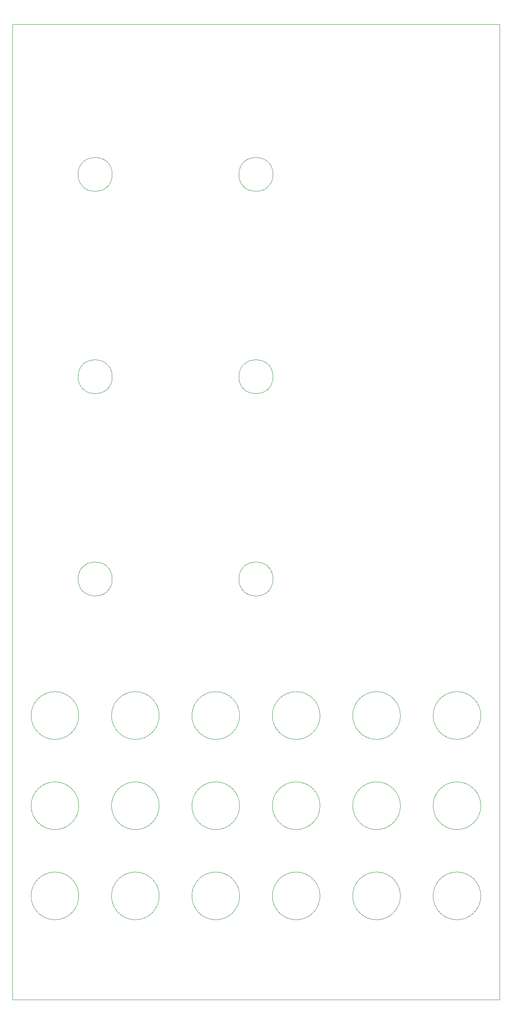
<source format=gm1>
%TF.GenerationSoftware,KiCad,Pcbnew,9.0.7*%
%TF.CreationDate,2026-02-21T19:30:22+01:00*%
%TF.ProjectId,DMH_VCLFO_PANEL,444d485f-5643-44c4-964f-5f50414e454c,rev?*%
%TF.SameCoordinates,Original*%
%TF.FileFunction,Profile,NP*%
%FSLAX46Y46*%
G04 Gerber Fmt 4.6, Leading zero omitted, Abs format (unit mm)*
G04 Created by KiCad (PCBNEW 9.0.7) date 2026-02-21 19:30:22*
%MOMM*%
%LPD*%
G01*
G04 APERTURE LIST*
%TA.AperFunction,Profile*%
%ADD10C,0.050000*%
%TD*%
G04 APERTURE END LIST*
D10*
X50000000Y-30000000D02*
X150000000Y-30000000D01*
X150000000Y-230000000D01*
X50000000Y-230000000D01*
X50000000Y-30000000D01*
%TO.C,H30*%
X63650000Y-208750000D02*
G75*
G02*
X53850000Y-208750000I-4900000J0D01*
G01*
X53850000Y-208750000D02*
G75*
G02*
X63650000Y-208750000I4900000J0D01*
G01*
%TO.C,H11*%
X146150000Y-171750000D02*
G75*
G02*
X136350000Y-171750000I-4900000J0D01*
G01*
X136350000Y-171750000D02*
G75*
G02*
X146150000Y-171750000I4900000J0D01*
G01*
%TO.C,H21*%
X80150000Y-171750000D02*
G75*
G02*
X70350000Y-171750000I-4900000J0D01*
G01*
X70350000Y-171750000D02*
G75*
G02*
X80150000Y-171750000I4900000J0D01*
G01*
%TO.C,H33*%
X129650000Y-208750000D02*
G75*
G02*
X119850000Y-208750000I-4900000J0D01*
G01*
X119850000Y-208750000D02*
G75*
G02*
X129650000Y-208750000I4900000J0D01*
G01*
%TO.C,H34*%
X146150000Y-208750000D02*
G75*
G02*
X136350000Y-208750000I-4900000J0D01*
G01*
X136350000Y-208750000D02*
G75*
G02*
X146150000Y-208750000I4900000J0D01*
G01*
%TO.C,H13*%
X70500000Y-60750000D02*
G75*
G02*
X63500000Y-60750000I-3500000J0D01*
G01*
X63500000Y-60750000D02*
G75*
G02*
X70500000Y-60750000I3500000J0D01*
G01*
%TO.C,H10*%
X129650000Y-171750000D02*
G75*
G02*
X119850000Y-171750000I-4900000J0D01*
G01*
X119850000Y-171750000D02*
G75*
G02*
X129650000Y-171750000I4900000J0D01*
G01*
%TO.C,H16*%
X103500000Y-102250000D02*
G75*
G02*
X96500000Y-102250000I-3500000J0D01*
G01*
X96500000Y-102250000D02*
G75*
G02*
X103500000Y-102250000I3500000J0D01*
G01*
%TO.C,H22*%
X113150000Y-190250000D02*
G75*
G02*
X103350000Y-190250000I-4900000J0D01*
G01*
X103350000Y-190250000D02*
G75*
G02*
X113150000Y-190250000I4900000J0D01*
G01*
%TO.C,H9*%
X113150000Y-171750000D02*
G75*
G02*
X103350000Y-171750000I-4900000J0D01*
G01*
X103350000Y-171750000D02*
G75*
G02*
X113150000Y-171750000I4900000J0D01*
G01*
%TO.C,H26*%
X103500000Y-143750000D02*
G75*
G02*
X96500000Y-143750000I-3500000J0D01*
G01*
X96500000Y-143750000D02*
G75*
G02*
X103500000Y-143750000I3500000J0D01*
G01*
%TO.C,H28*%
X70500000Y-143750000D02*
G75*
G02*
X63500000Y-143750000I-3500000J0D01*
G01*
X63500000Y-143750000D02*
G75*
G02*
X70500000Y-143750000I3500000J0D01*
G01*
%TO.C,H20*%
X63650000Y-190250000D02*
G75*
G02*
X53850000Y-190250000I-4900000J0D01*
G01*
X53850000Y-190250000D02*
G75*
G02*
X63650000Y-190250000I4900000J0D01*
G01*
%TO.C,H24*%
X146150000Y-190250000D02*
G75*
G02*
X136350000Y-190250000I-4900000J0D01*
G01*
X136350000Y-190250000D02*
G75*
G02*
X146150000Y-190250000I4900000J0D01*
G01*
%TO.C,H39*%
X96650000Y-190250000D02*
G75*
G02*
X86850000Y-190250000I-4900000J0D01*
G01*
X86850000Y-190250000D02*
G75*
G02*
X96650000Y-190250000I4900000J0D01*
G01*
%TO.C,H8*%
X96650000Y-171750000D02*
G75*
G02*
X86850000Y-171750000I-4900000J0D01*
G01*
X86850000Y-171750000D02*
G75*
G02*
X96650000Y-171750000I4900000J0D01*
G01*
%TO.C,H35*%
X80150000Y-208750000D02*
G75*
G02*
X70350000Y-208750000I-4900000J0D01*
G01*
X70350000Y-208750000D02*
G75*
G02*
X80150000Y-208750000I4900000J0D01*
G01*
%TO.C,H23*%
X129650000Y-190250000D02*
G75*
G02*
X119850000Y-190250000I-4900000J0D01*
G01*
X119850000Y-190250000D02*
G75*
G02*
X129650000Y-190250000I4900000J0D01*
G01*
%TO.C,H5*%
X63650000Y-171750000D02*
G75*
G02*
X53850000Y-171750000I-4900000J0D01*
G01*
X53850000Y-171750000D02*
G75*
G02*
X63650000Y-171750000I4900000J0D01*
G01*
%TO.C,H32*%
X113150000Y-208750000D02*
G75*
G02*
X103350000Y-208750000I-4900000J0D01*
G01*
X103350000Y-208750000D02*
G75*
G02*
X113150000Y-208750000I4900000J0D01*
G01*
%TO.C,H31*%
X80150000Y-190250000D02*
G75*
G02*
X70350000Y-190250000I-4900000J0D01*
G01*
X70350000Y-190250000D02*
G75*
G02*
X80150000Y-190250000I4900000J0D01*
G01*
%TO.C,H12*%
X103500000Y-60750000D02*
G75*
G02*
X96500000Y-60750000I-3500000J0D01*
G01*
X96500000Y-60750000D02*
G75*
G02*
X103500000Y-60750000I3500000J0D01*
G01*
%TO.C,H40*%
X96650000Y-208750000D02*
G75*
G02*
X86850000Y-208750000I-4900000J0D01*
G01*
X86850000Y-208750000D02*
G75*
G02*
X96650000Y-208750000I4900000J0D01*
G01*
%TO.C,H18*%
X70500000Y-102250000D02*
G75*
G02*
X63500000Y-102250000I-3500000J0D01*
G01*
X63500000Y-102250000D02*
G75*
G02*
X70500000Y-102250000I3500000J0D01*
G01*
%TD*%
M02*

</source>
